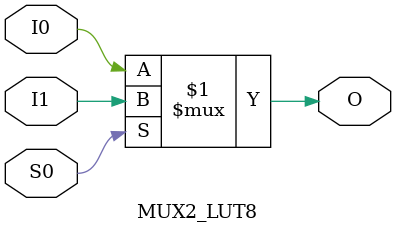
<source format=v>
`ifdef verilator3
`else
`timescale 1 ps / 1 ps
`endif
module MUX2_LUT8
(
    input  I0,
    input  I1,
    input  S0,
    output O
);

    assign O = (S0) ? I1 : I0;

endmodule

</source>
